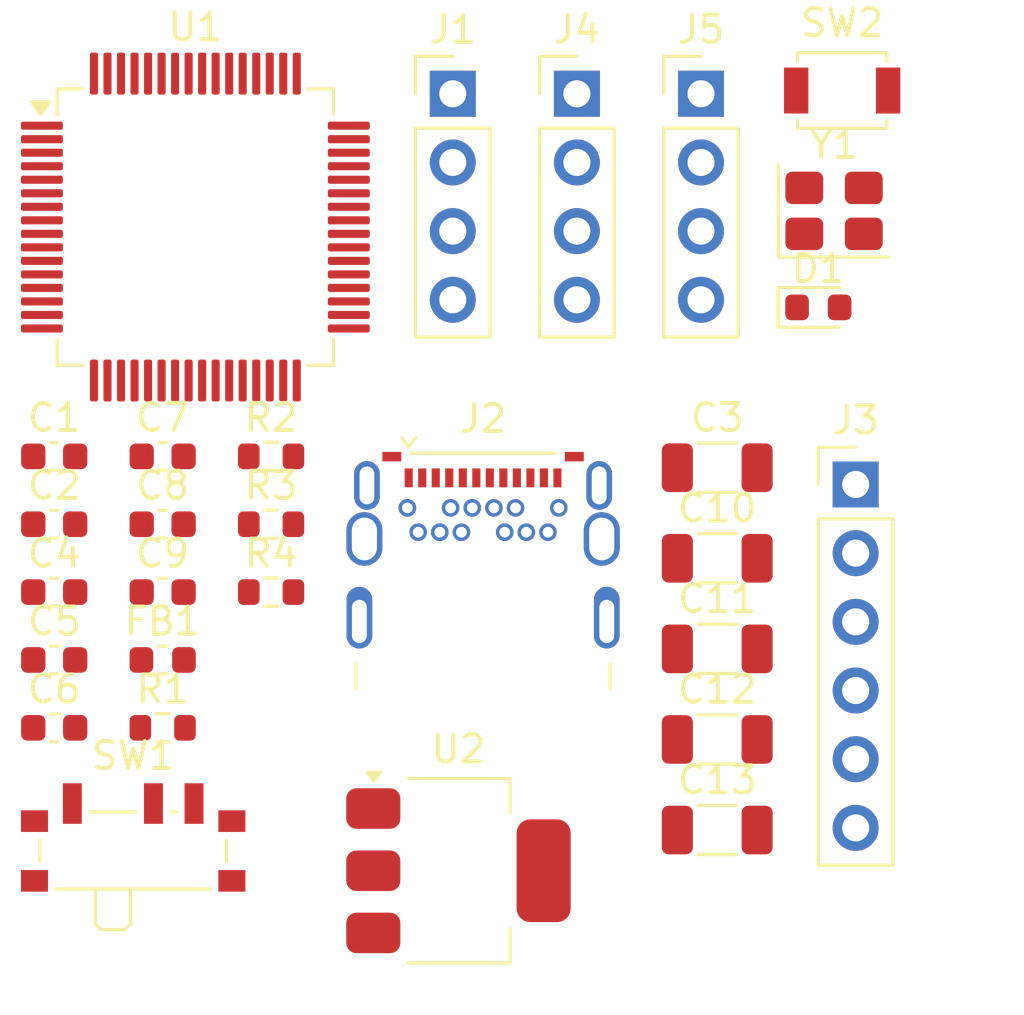
<source format=kicad_pcb>
(kicad_pcb (version 20241229) (generator "pcbnew") (generator_version "9.0")
  (layers (0 "F.Cu" signal) (2 "B.Cu" signal) (13 "F.Paste" user) (15 "B.Paste" user) (5 "F.SilkS" user "F.Silkscreen") (7 "B.SilkS" user "B.Silkscreen") (1 "F.Mask" user) (3 "B.Mask" user) (25 "Edge.Cuts" user))
  (net 0 "")
  (net 1 "GND")
  (net 2 "RCC_OSC_IN")
  (net 3 "RCC_OSC_OUT")
  (net 4 "+3.3V")
  (net 5 "+3.3VA")
  (net 6 "VBUS")
  (net 7 "Net-(D1-K)")
  (net 8 "SYS_SWDIO")
  (net 9 "SYS_SWCLK")
  (net 14 "USB_D-")
  (net 17 "Net-(J2-CC1)")
  (net 18 "Net-(J2-CC2)")
  (net 20 "USB_D+")
  (net 24 "SPI1_SCK")
  (net 25 "SPI1_NCS")
  (net 26 "SPI1_MISO")
  (net 27 "SPI1_MOSI")
  (net 28 "USART1_TX")
  (net 29 "USART1_RX")
  (net 30 "I2C1_SCL")
  (net 31 "I2C1_SDA")
  (net 32 "/SW_BOOT0")
  (net 33 "BOOT0")
  (net 34 "NRST")
  (footprint "Connector_PinHeader_2.54mm:PinHeader_1x04_P2.54mm_Vertical" (layer "F.Cu") (at 72.78 23.315)
    (property "Reference" "J4" (at 0 -2.38 0) (layer "F.SilkS"))
    (property "Value" "Conn_01x04_Pin")
    (fp_line (start -1.38 -1.38) (end 0 -1.38) (stroke (width 0.12)) (layer "F.SilkS"))
    (fp_line (start -1.38 0) (end -1.38 -1.38) (stroke (width 0.12)) (layer "F.SilkS"))
    (fp_line (start -1.38 1.27) (end -1.38 9) (stroke (width 0.12)) (layer "F.SilkS"))
    (fp_line (start -1.38 1.27) (end 1.38 1.27) (stroke (width 0.12)) (layer "F.SilkS"))
    (fp_line (start -1.38 9) (end 1.38 9) (stroke (width 0.12)) (layer "F.SilkS"))
    (fp_line (start 1.38 1.27) (end 1.38 9) (stroke (width 0.12)) (layer "F.SilkS"))
    (pad "1" thru_hole rect (at 0 0) (size 1.7 1.7) (drill 1) (layers "*.Cu" "*.Mask") (net 4 "+3.3V"))
    (pad "2" thru_hole circle (at 0 2.54) (size 1.7 1.7) (drill 1) (layers "*.Cu" "*.Mask") (net 28 "USART1_TX"))
    (pad "3" thru_hole circle (at 0 5.08) (size 1.7 1.7) (drill 1) (layers "*.Cu" "*.Mask") (net 29 "USART1_RX"))
    (pad "4" thru_hole circle (at 0 7.62) (size 1.7 1.7) (drill 1) (layers "*.Cu" "*.Mask") (net 1 "GND"))
  )
  (footprint "Crystal:Crystal_SMD_3225-4Pin_3.2x2.5mm" (layer "F.Cu") (at 82.29 27.645)
    (property "Reference" "Y1" (at 0 -2.45 0) (layer "F.SilkS"))
    (property "Value" "8MHz")
    (fp_line (start -2.06 -1.71) (end -2.06 1.71) (stroke (width 0.12)) (layer "F.SilkS"))
    (fp_line (start -2.06 1.71) (end 2.06 1.71) (stroke (width 0.12)) (layer "F.SilkS"))
    (pad "1" smd roundrect (at -1.1 0.85) (size 1.4 1.2) (layers "F.Cu" "F.Mask" "F.Paste") (roundrect_rratio 0.208333) (net 2 "RCC_OSC_IN"))
    (pad "2" smd roundrect (at 1.1 0.85) (size 1.4 1.2) (layers "F.Cu" "F.Mask" "F.Paste") (roundrect_rratio 0.208333) (net 1 "GND"))
    (pad "3" smd roundrect (at 1.1 -0.85) (size 1.4 1.2) (layers "F.Cu" "F.Mask" "F.Paste") (roundrect_rratio 0.208333) (net 3 "RCC_OSC_OUT"))
    (pad "4" smd roundrect (at -1.1 -0.85) (size 1.4 1.2) (layers "F.Cu" "F.Mask" "F.Paste") (roundrect_rratio 0.208333) (net 1 "GND"))
  )
  (footprint "Capacitor_SMD:C_1206_3216Metric" (layer "F.Cu") (at 77.97 47.195)
    (property "Reference" "C12" (at 0 -1.85 0) (layer "F.SilkS"))
    (property "Value" "1u")
    (fp_line (start -0.711252 -0.91) (end 0.711252 -0.91) (stroke (width 0.12)) (layer "F.SilkS"))
    (fp_line (start -0.711252 0.91) (end 0.711252 0.91) (stroke (width 0.12)) (layer "F.SilkS"))
    (pad "1" smd roundrect (at -1.475 0) (size 1.15 1.8) (layers "F.Cu" "F.Mask" "F.Paste") (roundrect_rratio 0.217391) (net 4 "+3.3V"))
    (pad "2" smd roundrect (at 1.475 0) (size 1.15 1.8) (layers "F.Cu" "F.Mask" "F.Paste") (roundrect_rratio 0.217391) (net 1 "GND"))
  )
  (footprint "Capacitor_SMD:C_1206_3216Metric" (layer "F.Cu") (at 77.97 50.545)
    (property "Reference" "C13" (at 0 -1.85 0) (layer "F.SilkS"))
    (property "Value" "22u")
    (fp_line (start -0.711252 -0.91) (end 0.711252 -0.91) (stroke (width 0.12)) (layer "F.SilkS"))
    (fp_line (start -0.711252 0.91) (end 0.711252 0.91) (stroke (width 0.12)) (layer "F.SilkS"))
    (pad "1" smd roundrect (at -1.475 0) (size 1.15 1.8) (layers "F.Cu" "F.Mask" "F.Paste") (roundrect_rratio 0.217391) (net 4 "+3.3V"))
    (pad "2" smd roundrect (at 1.475 0) (size 1.15 1.8) (layers "F.Cu" "F.Mask" "F.Paste") (roundrect_rratio 0.217391) (net 1 "GND"))
  )
  (footprint "Package_QFP:LQFP-64_10x10mm_P0.5mm" (layer "F.Cu") (at 58.67 28.245)
    (property "Reference" "U1" (at 0 -7.4 0) (layer "F.SilkS"))
    (property "Value" "STM32F405RGTx")
    (fp_line (start -5.11 -5.11) (end -5.11 -4.16) (stroke (width 0.12)) (layer "F.SilkS"))
    (fp_line (start -5.11 5.11) (end -5.11 4.16) (stroke (width 0.12)) (layer "F.SilkS"))
    (fp_line (start -4.16 -5.11) (end -5.11 -5.11) (stroke (width 0.12)) (layer "F.SilkS"))
    (fp_line (start -4.16 5.11) (end -5.11 5.11) (stroke (width 0.12)) (layer "F.SilkS"))
    (fp_line (start 4.16 -5.11) (end 5.11 -5.11) (stroke (width 0.12)) (layer "F.SilkS"))
    (fp_line (start 4.16 5.11) (end 5.11 5.11) (stroke (width 0.12)) (layer "F.SilkS"))
    (fp_line (start 5.11 -5.11) (end 5.11 -4.16) (stroke (width 0.12)) (layer "F.SilkS"))
    (fp_line (start 5.11 5.11) (end 5.11 4.16) (stroke (width 0.12)) (layer "F.SilkS"))
    (fp_poly (pts (xy -5.725 -4.16) (xy -6.065 -4.63) (xy -5.385 -4.63)) (stroke (width 0.12)) (fill yes) (layer "F.SilkS"))
    (pad "1" smd roundrect (at -5.675 -3.75) (size 1.55 0.3) (layers "F.Cu" "F.Mask" "F.Paste") (net 4 "+3.3V"))
    (pad "2" smd roundrect (at -5.675 -3.25) (size 1.55 0.3) (layers "F.Cu" "F.Mask" "F.Paste"))
    (pad "3" smd roundrect (at -5.675 -2.75) (size 1.55 0.3) (layers "F.Cu" "F.Mask" "F.Paste"))
    (pad "4" smd roundrect (at -5.675 -2.25) (size 1.55 0.3) (layers "F.Cu" "F.Mask" "F.Paste"))
    (pad "5" smd roundrect (at -5.675 -1.75) (size 1.55 0.3) (layers "F.Cu" "F.Mask" "F.Paste") (net 2 "RCC_OSC_IN"))
    (pad "6" smd roundrect (at -5.675 -1.25) (size 1.55 0.3) (layers "F.Cu" "F.Mask" "F.Paste") (net 3 "RCC_OSC_OUT"))
    (pad "7" smd roundrect (at -5.675 -0.75) (size 1.55 0.3) (layers "F.Cu" "F.Mask" "F.Paste") (net 34 "NRST"))
    (pad "8" smd roundrect (at -5.675 -0.25) (size 1.55 0.3) (layers "F.Cu" "F.Mask" "F.Paste"))
    (pad "9" smd roundrect (at -5.675 0.25) (size 1.55 0.3) (layers "F.Cu" "F.Mask" "F.Paste"))
    (pad "10" smd roundrect (at -5.675 0.75) (size 1.55 0.3) (layers "F.Cu" "F.Mask" "F.Paste"))
    (pad "11" smd roundrect (at -5.675 1.25) (size 1.55 0.3) (layers "F.Cu" "F.Mask" "F.Paste"))
    (pad "12" smd roundrect (at -5.675 1.75) (size 1.55 0.3) (layers "F.Cu" "F.Mask" "F.Paste") (net 1 "GND"))
    (pad "13" smd roundrect (at -5.675 2.25) (size 1.55 0.3) (layers "F.Cu" "F.Mask" "F.Paste") (net 5 "+3.3VA"))
    (pad "14" smd roundrect (at -5.675 2.75) (size 1.55 0.3) (layers "F.Cu" "F.Mask" "F.Paste"))
    (pad "15" smd roundrect (at -5.675 3.25) (size 1.55 0.3) (layers "F.Cu" "F.Mask" "F.Paste"))
    (pad "16" smd roundrect (at -5.675 3.75) (size 1.55 0.3) (layers "F.Cu" "F.Mask" "F.Paste"))
    (pad "17" smd roundrect (at -3.75 5.675) (size 0.3 1.55) (layers "F.Cu" "F.Mask" "F.Paste"))
    (pad "18" smd roundrect (at -3.25 5.675) (size 0.3 1.55) (layers "F.Cu" "F.Mask" "F.Paste") (net 1 "GND"))
    (pad "19" smd roundrect (at -2.75 5.675) (size 0.3 1.55) (layers "F.Cu" "F.Mask" "F.Paste") (net 4 "+3.3V"))
    (pad "20" smd roundrect (at -2.25 5.675) (size 0.3 1.55) (layers "F.Cu" "F.Mask" "F.Paste"))
    (pad "21" smd roundrect (at -1.75 5.675) (size 0.3 1.55) (layers "F.Cu" "F.Mask" "F.Paste") (net 24 "SPI1_SCK"))
    (pad "22" smd roundrect (at -1.25 5.675) (size 0.3 1.55) (layers "F.Cu" "F.Mask" "F.Paste") (net 26 "SPI1_MISO"))
    (pad "23" smd roundrect (at -0.75 5.675) (size 0.3 1.55) (layers "F.Cu" "F.Mask" "F.Paste") (net 27 "SPI1_MOSI"))
    (pad "24" smd roundrect (at -0.25 5.675) (size 0.3 1.55) (layers "F.Cu" "F.Mask" "F.Paste"))
    (pad "25" smd roundrect (at 0.25 5.675) (size 0.3 1.55) (layers "F.Cu" "F.Mask" "F.Paste"))
    (pad "26" smd roundrect (at 0.75 5.675) (size 0.3 1.55) (layers "F.Cu" "F.Mask" "F.Paste") (net 25 "SPI1_NCS"))
    (pad "27" smd roundrect (at 1.25 5.675) (size 0.3 1.55) (layers "F.Cu" "F.Mask" "F.Paste"))
    (pad "28" smd roundrect (at 1.75 5.675) (size 0.3 1.55) (layers "F.Cu" "F.Mask" "F.Paste"))
    (pad "29" smd roundrect (at 2.25 5.675) (size 0.3 1.55) (layers "F.Cu" "F.Mask" "F.Paste"))
    (pad "30" smd roundrect (at 2.75 5.675) (size 0.3 1.55) (layers "F.Cu" "F.Mask" "F.Paste"))
    (pad "31" smd roundrect (at 3.25 5.675) (size 0.3 1.55) (layers "F.Cu" "F.Mask" "F.Paste"))
    (pad "32" smd roundrect (at 3.75 5.675) (size 0.3 1.55) (layers "F.Cu" "F.Mask" "F.Paste") (net 4 "+3.3V"))
    (pad "33" smd roundrect (at 5.675 3.75) (size 1.55 0.3) (layers "F.Cu" "F.Mask" "F.Paste"))
    (pad "34" smd roundrect (at 5.675 3.25) (size 1.55 0.3) (layers "F.Cu" "F.Mask" "F.Paste"))
    (pad "35" smd roundrect (at 5.675 2.75) (size 1.55 0.3) (layers "F.Cu" "F.Mask" "F.Paste"))
    (pad "36" smd roundrect (at 5.675 2.25) (size 1.55 0.3) (layers "F.Cu" "F.Mask" "F.Paste"))
    (pad "37" smd roundrect (at 5.675 1.75) (size 1.55 0.3) (layers "F.Cu" "F.Mask" "F.Paste"))
    (pad "38" smd roundrect (at 5.675 1.25) (size 1.55 0.3) (layers "F.Cu" "F.Mask" "F.Paste"))
    (pad "39" smd roundrect (at 5.675 0.75) (size 1.55 0.3) (layers "F.Cu" "F.Mask" "F.Paste"))
    (pad "40" smd roundrect (at 5.675 0.25) (size 1.55 0.3) (layers "F.Cu" "F.Mask" "F.Paste"))
    (pad "41" smd roundrect (at 5.675 -0.25) (size 1.55 0.3) (layers "F.Cu" "F.Mask" "F.Paste"))
    (pad "42" smd roundrect (at 5.675 -0.75) (size 1.55 0.3) (layers "F.Cu" "F.Mask" "F.Paste") (net 28 "USART1_TX"))
    (pad "43" smd roundrect (at 5.675 -1.25) (size 1.55 0.3) (layers "F.Cu" "F.Mask" "F.Paste") (net 29 "USART1_RX"))
    (pad "44" smd roundrect (at 5.675 -1.75) (size 1.55 0.3) (layers "F.Cu" "F.Mask" "F.Paste") (net 14 "USB_D-"))
    (pad "45" smd roundrect (at 5.675 -2.25) (size 1.55 0.3) (layers "F.Cu" "F.Mask" "F.Paste") (net 20 "USB_D+"))
    (pad "46" smd roundrect (at 5.675 -2.75) (size 1.55 0.3) (layers "F.Cu" "F.Mask" "F.Paste") (net 8 "SYS_SWDIO"))
    (pad "47" smd roundrect (at 5.675 -3.25) (size 1.55 0.3) (layers "F.Cu" "F.Mask" "F.Paste"))
    (pad "48" smd roundrect (at 5.675 -3.75) (size 1.55 0.3) (layers "F.Cu" "F.Mask" "F.Paste") (net 4 "+3.3V"))
    (pad "49" smd roundrect (at 3.75 -5.675) (size 0.3 1.55) (layers "F.Cu" "F.Mask" "F.Paste") (net 9 "SYS_SWCLK"))
    (pad "50" smd roundrect (at 3.25 -5.675) (size 0.3 1.55) (layers "F.Cu" "F.Mask" "F.Paste"))
    (pad "51" smd roundrect (at 2.75 -5.675) (size 0.3 1.55) (layers "F.Cu" "F.Mask" "F.Paste"))
    (pad "52" smd roundrect (at 2.25 -5.675) (size 0.3 1.55) (layers "F.Cu" "F.Mask" "F.Paste"))
    (pad "53" smd roundrect (at 1.75 -5.675) (size 0.3 1.55) (layers "F.Cu" "F.Mask" "F.Paste"))
    (pad "54" smd roundrect (at 1.25 -5.675) (size 0.3 1.55) (layers "F.Cu" "F.Mask" "F.Paste"))
    (pad "55" smd roundrect (at 0.75 -5.675) (size 0.3 1.55) (layers "F.Cu" "F.Mask" "F.Paste"))
    (pad "56" smd roundrect (at 0.25 -5.675) (size 0.3 1.55) (layers "F.Cu" "F.Mask" "F.Paste"))
    (pad "57" smd roundrect (at -0.25 -5.675) (size 0.3 1.55) (layers "F.Cu" "F.Mask" "F.Paste"))
    (pad "58" smd roundrect (at -0.75 -5.675) (size 0.3 1.55) (layers "F.Cu" "F.Mask" "F.Paste") (net 30 "I2C1_SCL"))
    (pad "59" smd roundrect (at -1.25 -5.675) (size 0.3 1.55) (layers "F.Cu" "F.Mask" "F.Paste") (net 31 "I2C1_SDA"))
    (pad "60" smd roundrect (at -1.75 -5.675) (size 0.3 1.55) (layers "F.Cu" "F.Mask" "F.Paste") (net 33 "BOOT0"))
    (pad "61" smd roundrect (at -2.25 -5.675) (size 0.3 1.55) (layers "F.Cu" "F.Mask" "F.Paste"))
    (pad "62" smd roundrect (at -2.75 -5.675) (size 0.3 1.55) (layers "F.Cu" "F.Mask" "F.Paste"))
    (pad "63" smd roundrect (at -3.25 -5.675) (size 0.3 1.55) (layers "F.Cu" "F.Mask" "F.Paste") (net 1 "GND"))
    (pad "64" smd roundrect (at -3.75 -5.675) (size 0.3 1.55) (layers "F.Cu" "F.Mask" "F.Paste") (net 4 "+3.3V"))
  )
  (footprint "Capacitor_SMD:C_0603_1608Metric" (layer "F.Cu") (at 53.45 36.725)
    (property "Reference" "C1" (at 0 -1.43 0) (layer "F.SilkS"))
    (property "Value" "30p")
    (fp_line (start -0.14058 -0.51) (end 0.14058 -0.51) (stroke (width 0.12)) (layer "F.SilkS"))
    (fp_line (start -0.14058 0.51) (end 0.14058 0.51) (stroke (width 0.12)) (layer "F.SilkS"))
    (pad "1" smd roundrect (at -0.775 0) (size 0.9 0.95) (layers "F.Cu" "F.Mask" "F.Paste") (net 2 "RCC_OSC_IN"))
    (pad "2" smd roundrect (at 0.775 0) (size 0.9 0.95) (layers "F.Cu" "F.Mask" "F.Paste") (net 1 "GND"))
  )
  (footprint "Capacitor_SMD:C_0603_1608Metric" (layer "F.Cu") (at 57.46 41.745)
    (property "Reference" "C9" (at 0 -1.43 0) (layer "F.SilkS"))
    (property "Value" "10n")
    (fp_line (start -0.14058 -0.51) (end 0.14058 -0.51) (stroke (width 0.12)) (layer "F.SilkS"))
    (fp_line (start -0.14058 0.51) (end 0.14058 0.51) (stroke (width 0.12)) (layer "F.SilkS"))
    (pad "1" smd roundrect (at -0.775 0) (size 0.9 0.95) (layers "F.Cu" "F.Mask" "F.Paste") (net 5 "+3.3VA"))
    (pad "2" smd roundrect (at 0.775 0) (size 0.9 0.95) (layers "F.Cu" "F.Mask" "F.Paste") (net 1 "GND"))
  )
  (footprint "Connector_USB:USB_C_Receptacle_CNCTech_C-ARA1-AK51X" (layer "F.Cu") (at 69.31 40.83)
    (property "Reference" "J2" (at 0 -5.5 0) (layer "F.SilkS"))
    (property "Value" "USB_C_Receptacle_USB2.0_16P")
    (fp_line (start -4.7 3.55) (end -4.7 4.5) (stroke (width 0.12)) (layer "F.SilkS"))
    (fp_line (start -3 -4.8) (end -2.75 -4.45) (stroke (width 0.12)) (layer "F.SilkS"))
    (fp_line (start -2.75 -4.45) (end -2.5 -4.8) (stroke (width 0.12)) (layer "F.SilkS"))
    (fp_line (start -2.65 -4.22) (end 2.65 -4.22) (stroke (width 0.12)) (layer "F.SilkS"))
    (fp_line (start 4.7 4.5) (end 4.7 3.55) (stroke (width 0.12)) (layer "F.SilkS"))
    (pad "A1" smd rect (at -2.75 -3.31) (size 0.3 0.7) (layers "F.Cu" "F.Mask" "F.Paste") (net 1 "GND"))
    (pad "A2" smd rect (at -2.25 -3.31) (size 0.3 0.7) (layers "F.Cu" "F.Mask" "F.Paste"))
    (pad "A3" smd rect (at -1.75 -3.31) (size 0.3 0.7) (layers "F.Cu" "F.Mask" "F.Paste"))
    (pad "A4" smd rect (at -1.25 -3.31) (size 0.3 0.7) (layers "F.Cu" "F.Mask" "F.Paste") (net 6 "VBUS"))
    (pad "A5" smd rect (at -0.75 -3.31) (size 0.3 0.7) (layers "F.Cu" "F.Mask" "F.Paste") (net 17 "Net-(J2-CC1)"))
    (pad "A6" smd rect (at -0.25 -3.31) (size 0.3 0.7) (layers "F.Cu" "F.Mask" "F.Paste") (net 20 "USB_D+"))
    (pad "A7" smd rect (at 0.25 -3.31) (size 0.3 0.7) (layers "F.Cu" "F.Mask" "F.Paste") (net 14 "USB_D-"))
    (pad "A8" smd rect (at 0.75 -3.31) (size 0.3 0.7) (layers "F.Cu" "F.Mask" "F.Paste"))
    (pad "A9" smd rect (at 1.25 -3.31) (size 0.3 0.7) (layers "F.Cu" "F.Mask" "F.Paste") (net 6 "VBUS"))
    (pad "A10" smd rect (at 1.75 -3.31) (size 0.3 0.7) (layers "F.Cu" "F.Mask" "F.Paste"))
    (pad "A11" smd rect (at 2.25 -3.31) (size 0.3 0.7) (layers "F.Cu" "F.Mask" "F.Paste"))
    (pad "A12" smd rect (at 2.75 -3.31) (size 0.3 0.7) (layers "F.Cu" "F.Mask" "F.Paste") (net 1 "GND"))
    (pad "B1" thru_hole circle (at 2.8 -2.2) (size 0.65 0.65) (drill 0.4) (property pad_prop_heatsink) (layers "*.Cu" "*.Mask" "F.Paste") (net 1 "GND"))
    (pad "B2" thru_hole circle (at 2.4 -1.3) (size 0.65 0.65) (drill 0.4) (property pad_prop_heatsink) (layers "*.Cu" "*.Mask" "F.Paste"))
    (pad "B3" thru_hole circle (at 1.6 -1.3) (size 0.65 0.65) (drill 0.4) (property pad_prop_heatsink) (layers "*.Cu" "*.Mask" "F.Paste"))
    (pad "B4" thru_hole circle (at 1.2 -2.2) (size 0.65 0.65) (drill 0.4) (property pad_prop_heatsink) (layers "*.Cu" "*.Mask" "F.Paste") (net 6 "VBUS"))
    (pad "B5" thru_hole circle (at 0.8 -1.3) (size 0.65 0.65) (drill 0.4) (property pad_prop_heatsink) (layers "*.Cu" "*.Mask" "F.Paste") (net 18 "Net-(J2-CC2)"))
    (pad "B6" thru_hole circle (at 0.4 -2.2) (size 0.65 0.65) (drill 0.4) (property pad_prop_heatsink) (layers "*.Cu" "*.Mask" "F.Paste") (net 20 "USB_D+"))
    (pad "B7" thru_hole circle (at -0.4 -2.2) (size 0.65 0.65) (drill 0.4) (property pad_prop_heatsink) (layers "*.Cu" "*.Mask" "F.Paste") (net 14 "USB_D-"))
    (pad "B8" thru_hole circle (at -0.8 -1.3) (size 0.65 0.65) (drill 0.4) (property pad_prop_heatsink) (layers "*.Cu" "*.Mask" "F.Paste"))
    (pad "B9" thru_hole circle (at -1.2 -2.2) (size 0.65 0.65) (drill 0.4) (property pad_prop_heatsink) (layers "*.Cu" "*.Mask" "F.Paste") (net 6 "VBUS"))
    (pad "B10" thru_hole circle (at -1.6 -1.3) (size 0.65 0.65) (drill 0.4) (property pad_prop_heatsink) (layers "*.Cu" "*.Mask" "F.Paste"))
    (pad "B11" thru_hole circle (at -2.4 -1.3) (size 0.65 0.65) (drill 0.4) (property pad_prop_heatsink) (layers "*.Cu" "*.Mask" "F.Paste"))
    (pad "B12" thru_hole circle (at -2.8 -2.2) (size 0.65 0.65) (drill 0.4) (property pad_prop_heatsink) (layers "*.Cu" "*.Mask" "F.Paste") (net 1 "GND"))
    (pad "S1" thru_hole oval (at -4.575 2) (size 0.95 2.28) (drill oval 0.55 1.6 (offset 0 -0.14)) (property pad_prop_heatsink) (layers "*.Cu" "*.Mask" "F.Paste"))
    (pad "S1" thru_hole oval (at -4.39 -1.05) (size 1.33 1.98) (drill oval 0.93 1.58) (property pad_prop_heatsink) (layers "*.Cu" "*.Mask" "F.Paste"))
    (pad "S1" thru_hole oval (at -4.295 -3.03) (size 0.95 1.8) (drill oval 0.55 1.4) (property pad_prop_heatsink) (layers "*.Cu" "*.Mask" "F.Paste"))
    (pad "S1" smd rect (at -3.375 -4.095) (size 0.7 0.35) (layers "F.Cu" "F.Mask" "F.Paste"))
    (pad "S1" smd rect (at 3.375 -4.095) (size 0.7 0.35) (layers "F.Cu" "F.Mask" "F.Paste"))
    (pad "S1" thru_hole oval (at 4.295 -3.03) (size 0.95 1.8) (drill oval 0.55 1.4) (property pad_prop_heatsink) (layers "*.Cu" "*.Mask" "F.Paste"))
    (pad "S1" thru_hole oval (at 4.39 -1.05) (size 1.33 1.98) (drill oval 0.93 1.58) (property pad_prop_heatsink) (layers "*.Cu" "*.Mask" "F.Paste"))
    (pad "S1" thru_hole oval (at 4.575 2) (size 0.95 2.28) (drill oval 0.55 1.6 (offset 0 -0.14)) (property pad_prop_heatsink) (layers "*.Cu" "*.Mask" "F.Paste"))
  )
  (footprint "Connector_PinHeader_2.54mm:PinHeader_1x04_P2.54mm_Vertical" (layer "F.Cu") (at 68.19 23.315)
    (property "Reference" "J1" (at 0 -2.38 0) (layer "F.SilkS"))
    (property "Value" "Conn_01x04_Pin")
    (fp_line (start -1.38 -1.38) (end 0 -1.38) (stroke (width 0.12)) (layer "F.SilkS"))
    (fp_line (start -1.38 0) (end -1.38 -1.38) (stroke (width 0.12)) (layer "F.SilkS"))
    (fp_line (start -1.38 1.27) (end -1.38 9) (stroke (width 0.12)) (layer "F.SilkS"))
    (fp_line (start -1.38 1.27) (end 1.38 1.27) (stroke (width 0.12)) (layer "F.SilkS"))
    (fp_line (start -1.38 9) (end 1.38 9) (stroke (width 0.12)) (layer "F.SilkS"))
    (fp_line (start 1.38 1.27) (end 1.38 9) (stroke (width 0.12)) (layer "F.SilkS"))
    (pad "1" thru_hole rect (at 0 0) (size 1.7 1.7) (drill 1) (layers "*.Cu" "*.Mask") (net 4 "+3.3V"))
    (pad "2" thru_hole circle (at 0 2.54) (size 1.7 1.7) (drill 1) (layers "*.Cu" "*.Mask") (net 9 "SYS_SWCLK"))
    (pad "3" thru_hole circle (at 0 5.08) (size 1.7 1.7) (drill 1) (layers "*.Cu" "*.Mask") (net 8 "SYS_SWDIO"))
    (pad "4" thru_hole circle (at 0 7.62) (size 1.7 1.7) (drill 1) (layers "*.Cu" "*.Mask") (net 1 "GND"))
  )
  (footprint "Button_Switch_SMD:SW_SPDT_PCM12" (layer "F.Cu") (at 56.37 50.995)
    (property "Reference" "SW1" (at 0 -3.2 0) (layer "F.SilkS"))
    (property "Value" "SW_SPDT")
    (fp_line (start -3.45 -0.07) (end -3.45 0.72) (stroke (width 0.12)) (layer "F.SilkS"))
    (fp_line (start -2.85 1.73) (end 2.85 1.73) (stroke (width 0.12)) (layer "F.SilkS"))
    (fp_line (start -1.6 -1.12) (end 0.1 -1.12) (stroke (width 0.12)) (layer "F.SilkS"))
    (fp_line (start -1.4 1.73) (end -1.4 3.02) (stroke (width 0.12)) (layer "F.SilkS"))
    (fp_line (start -1.4 3.02) (end -1.2 3.23) (stroke (width 0.12)) (layer "F.SilkS"))
    (fp_line (start -1.2 3.23) (end -0.3 3.23) (stroke (width 0.12)) (layer "F.SilkS"))
    (fp_line (start -0.1 3.02) (end -0.3 3.23) (stroke (width 0.12)) (layer "F.SilkS"))
    (fp_line (start -0.1 3.02) (end -0.1 1.73) (stroke (width 0.12)) (layer "F.SilkS"))
    (fp_line (start 1.4 -1.12) (end 1.6 -1.12) (stroke (width 0.12)) (layer "F.SilkS"))
    (fp_line (start 3.45 0.72) (end 3.45 -0.07) (stroke (width 0.12)) (layer "F.SilkS"))
    (pad "" smd rect (at -3.65 -0.78) (size 1 0.8) (layers "F.Cu" "F.Mask" "F.Paste"))
    (pad "" smd rect (at -3.65 1.43) (size 1 0.8) (layers "F.Cu" "F.Mask" "F.Paste"))
    (pad "" np_thru_hole circle (at -1.5 0.33) (size 0.9 0.9) (drill 0.9) (layers "*.Cu" "*.Mask"))
    (pad "" np_thru_hole circle (at 1.5 0.33) (size 0.9 0.9) (drill 0.9) (layers "*.Cu" "*.Mask"))
    (pad "" smd rect (at 3.65 -0.78) (size 1 0.8) (layers "F.Cu" "F.Mask" "F.Paste"))
    (pad "" smd rect (at 3.65 1.43) (size 1 0.8) (layers "F.Cu" "F.Mask" "F.Paste"))
    (pad "1" smd rect (at -2.25 -1.43) (size 0.7 1.5) (layers "F.Cu" "F.Mask" "F.Paste") (net 1 "GND"))
    (pad "2" smd rect (at 0.75 -1.43) (size 0.7 1.5) (layers "F.Cu" "F.Mask" "F.Paste") (net 32 "/SW_BOOT0"))
    (pad "3" smd rect (at 2.25 -1.43) (size 0.7 1.5) (layers "F.Cu" "F.Mask" "F.Paste") (net 4 "+3.3V"))
  )
  (footprint "Button_Switch_SMD:SW_SPST_B3U-1000P" (layer "F.Cu") (at 82.59 23.195)
    (property "Reference" "SW2" (at 0 -2.5 0) (layer "F.SilkS"))
    (property "Value" "SW_Push")
    (fp_line (start -1.65 -1.4) (end 1.65 -1.4) (stroke (width 0.12)) (layer "F.SilkS"))
    (fp_line (start -1.65 -1.1) (end -1.65 -1.4) (stroke (width 0.12)) (layer "F.SilkS"))
    (fp_line (start -1.65 1.1) (end -1.65 1.4) (stroke (width 0.12)) (layer "F.SilkS"))
    (fp_line (start -1.65 1.4) (end 1.65 1.4) (stroke (width 0.12)) (layer "F.SilkS"))
    (fp_line (start 1.65 -1.4) (end 1.65 -1.1) (stroke (width 0.12)) (layer "F.SilkS"))
    (fp_line (start 1.65 1.4) (end 1.65 1.1) (stroke (width 0.12)) (layer "F.SilkS"))
    (pad "1" smd rect (at -1.7 0) (size 0.9 1.7) (layers "F.Cu" "F.Mask" "F.Paste") (net 1 "GND"))
    (pad "2" smd rect (at 1.7 0) (size 0.9 1.7) (layers "F.Cu" "F.Mask" "F.Paste") (net 34 "NRST"))
  )
  (footprint "Inductor_SMD:L_0603_1608Metric" (layer "F.Cu") (at 57.46 44.255)
    (property "Reference" "FB1" (at 0 -1.43 0) (layer "F.SilkS"))
    (property "Value" "120R")
    (fp_line (start -0.162779 -0.51) (end 0.162779 -0.51) (stroke (width 0.12)) (layer "F.SilkS"))
    (fp_line (start -0.162779 0.51) (end 0.162779 0.51) (stroke (width 0.12)) (layer "F.SilkS"))
    (pad "1" smd roundrect (at -0.7875 0) (size 0.875 0.95) (layers "F.Cu" "F.Mask" "F.Paste") (net 5 "+3.3VA"))
    (pad "2" smd roundrect (at 0.7875 0) (size 0.875 0.95) (layers "F.Cu" "F.Mask" "F.Paste") (net 4 "+3.3V"))
  )
  (footprint "Resistor_SMD:R_0603_1608Metric" (layer "F.Cu") (at 61.47 36.725)
    (property "Reference" "R2" (at 0 -1.43 0) (layer "F.SilkS"))
    (property "Value" "5k1")
    (fp_line (start -0.237258 -0.5225) (end 0.237258 -0.5225) (stroke (width 0.12)) (layer "F.SilkS"))
    (fp_line (start -0.237258 0.5225) (end 0.237258 0.5225) (stroke (width 0.12)) (layer "F.SilkS"))
    (pad "1" smd roundrect (at -0.825 0) (size 0.8 0.95) (layers "F.Cu" "F.Mask" "F.Paste") (net 1 "GND"))
    (pad "2" smd roundrect (at 0.825 0) (size 0.8 0.95) (layers "F.Cu" "F.Mask" "F.Paste") (net 17 "Net-(J2-CC1)"))
  )
  (footprint "Resistor_SMD:R_0603_1608Metric" (layer "F.Cu") (at 61.47 39.235)
    (property "Reference" "R3" (at 0 -1.43 0) (layer "F.SilkS"))
    (property "Value" "10k")
    (fp_line (start -0.237258 -0.5225) (end 0.237258 -0.5225) (stroke (width 0.12)) (layer "F.SilkS"))
    (fp_line (start -0.237258 0.5225) (end 0.237258 0.5225) (stroke (width 0.12)) (layer "F.SilkS"))
    (pad "1" smd roundrect (at -0.825 0) (size 0.8 0.95) (layers "F.Cu" "F.Mask" "F.Paste") (net 32 "/SW_BOOT0"))
    (pad "2" smd roundrect (at 0.825 0) (size 0.8 0.95) (layers "F.Cu" "F.Mask" "F.Paste") (net 33 "BOOT0"))
  )
  (footprint "Capacitor_SMD:C_0603_1608Metric" (layer "F.Cu") (at 57.46 39.235)
    (property "Reference" "C8" (at 0 -1.43 0) (layer "F.SilkS"))
    (property "Value" "100n")
    (fp_line (start -0.14058 -0.51) (end 0.14058 -0.51) (stroke (width 0.12)) (layer "F.SilkS"))
    (fp_line (start -0.14058 0.51) (end 0.14058 0.51) (stroke (width 0.12)) (layer "F.SilkS"))
    (pad "1" smd roundrect (at -0.775 0) (size 0.9 0.95) (layers "F.Cu" "F.Mask" "F.Paste") (net 4 "+3.3V"))
    (pad "2" smd roundrect (at 0.775 0) (size 0.9 0.95) (layers "F.Cu" "F.Mask" "F.Paste") (net 1 "GND"))
  )
  (footprint "Capacitor_SMD:C_0603_1608Metric" (layer "F.Cu") (at 53.45 44.255)
    (property "Reference" "C5" (at 0 -1.43 0) (layer "F.SilkS"))
    (property "Value" "100n")
    (fp_line (start -0.14058 -0.51) (end 0.14058 -0.51) (stroke (width 0.12)) (layer "F.SilkS"))
    (fp_line (start -0.14058 0.51) (end 0.14058 0.51) (stroke (width 0.12)) (layer "F.SilkS"))
    (pad "1" smd roundrect (at -0.775 0) (size 0.9 0.95) (layers "F.Cu" "F.Mask" "F.Paste") (net 4 "+3.3V"))
    (pad "2" smd roundrect (at 0.775 0) (size 0.9 0.95) (layers "F.Cu" "F.Mask" "F.Paste") (net 1 "GND"))
  )
  (footprint "Capacitor_SMD:C_0603_1608Metric" (layer "F.Cu") (at 53.45 46.765)
    (property "Reference" "C6" (at 0 -1.43 0) (layer "F.SilkS"))
    (property "Value" "100n")
    (fp_line (start -0.14058 -0.51) (end 0.14058 -0.51) (stroke (width 0.12)) (layer "F.SilkS"))
    (fp_line (start -0.14058 0.51) (end 0.14058 0.51) (stroke (width 0.12)) (layer "F.SilkS"))
    (pad "1" smd roundrect (at -0.775 0) (size 0.9 0.95) (layers "F.Cu" "F.Mask" "F.Paste") (net 4 "+3.3V"))
    (pad "2" smd roundrect (at 0.775 0) (size 0.9 0.95) (layers "F.Cu" "F.Mask" "F.Paste") (net 1 "GND"))
  )
  (footprint "Capacitor_SMD:C_1206_3216Metric" (layer "F.Cu") (at 77.97 37.145)
    (property "Reference" "C3" (at 0 -1.85 0) (layer "F.SilkS"))
    (property "Value" "10u")
    (fp_line (start -0.711252 -0.91) (end 0.711252 -0.91) (stroke (width 0.12)) (layer "F.SilkS"))
    (fp_line (start -0.711252 0.91) (end 0.711252 0.91) (stroke (width 0.12)) (layer "F.SilkS"))
    (pad "1" smd roundrect (at -1.475 0) (size 1.15 1.8) (layers "F.Cu" "F.Mask" "F.Paste") (roundrect_rratio 0.217391) (net 4 "+3.3V"))
    (pad "2" smd roundrect (at 1.475 0) (size 1.15 1.8) (layers "F.Cu" "F.Mask" "F.Paste") (roundrect_rratio 0.217391) (net 1 "GND"))
  )
  (footprint "LED_SMD:LED_0603_1608Metric" (layer "F.Cu") (at 81.71 31.215)
    (property "Reference" "D1" (at 0 -1.43 0) (layer "F.SilkS"))
    (property "Value" "LED")
    (fp_line (start -1.485 -0.735) (end -1.485 0.735) (stroke (width 0.12)) (layer "F.SilkS"))
    (fp_line (start -1.485 0.735) (end 0.8 0.735) (stroke (width 0.12)) (layer "F.SilkS"))
    (fp_line (start 0.8 -0.735) (end -1.485 -0.735) (stroke (width 0.12)) (layer "F.SilkS"))
    (pad "1" smd roundrect (at -0.7875 0) (size 0.875 0.95) (layers "F.Cu" "F.Mask" "F.Paste") (net 7 "Net-(D1-K)"))
    (pad "2" smd roundrect (at 0.7875 0) (size 0.875 0.95) (layers "F.Cu" "F.Mask" "F.Paste") (net 4 "+3.3V"))
  )
  (footprint "Capacitor_SMD:C_1206_3216Metric" (layer "F.Cu") (at 77.97 43.845)
    (property "Reference" "C11" (at 0 -1.85 0) (layer "F.SilkS"))
    (property "Value" "22u")
    (fp_line (start -0.711252 -0.91) (end 0.711252 -0.91) (stroke (width 0.12)) (layer "F.SilkS"))
    (fp_line (start -0.711252 0.91) (end 0.711252 0.91) (stroke (width 0.12)) (layer "F.SilkS"))
    (pad "1" smd roundrect (at -1.475 0) (size 1.15 1.8) (layers "F.Cu" "F.Mask" "F.Paste") (roundrect_rratio 0.217391) (net 6 "VBUS"))
    (pad "2" smd roundrect (at 1.475 0) (size 1.15 1.8) (layers "F.Cu" "F.Mask" "F.Paste") (roundrect_rratio 0.217391) (net 1 "GND"))
  )
  (footprint "Package_TO_SOT_SMD:SOT-223-3_TabPin2" (layer "F.Cu") (at 68.4 52.05)
    (property "Reference" "U2" (at 0 -4.5 0) (layer "F.SilkS"))
    (property "Value" "AMS1117-3.3")
    (fp_line (start -1.85 -3.41) (end 1.91 -3.41) (stroke (width 0.12)) (layer "F.SilkS"))
    (fp_line (start -1.85 3.41) (end 1.91 3.41) (stroke (width 0.12)) (layer "F.SilkS"))
    (fp_line (start 1.91 -3.41) (end 1.91 -2.15) (stroke (width 0.12)) (layer "F.SilkS"))
    (fp_line (start 1.91 3.41) (end 1.91 2.15) (stroke (width 0.12)) (layer "F.SilkS"))
    (fp_poly (pts (xy -3.13 -3.31) (xy -3.37 -3.64) (xy -2.89 -3.64) (xy -3.13 -3.31)) (stroke (width 0.12)) (fill yes) (layer "F.SilkS"))
    (pad "1" smd roundrect (at -3.15 -2.3) (size 2 1.5) (layers "F.Cu" "F.Mask" "F.Paste") (net 1 "GND"))
    (pad "2" smd roundrect (at -3.15 0) (size 2 1.5) (layers "F.Cu" "F.Mask" "F.Paste") (net 4 "+3.3V"))
    (pad "2" smd roundrect (at 3.15 0) (size 2 3.8) (layers "F.Cu" "F.Mask" "F.Paste") (net 4 "+3.3V"))
    (pad "3" smd roundrect (at -3.15 2.3) (size 2 1.5) (layers "F.Cu" "F.Mask" "F.Paste") (net 6 "VBUS"))
  )
  (footprint "Resistor_SMD:R_0603_1608Metric" (layer "F.Cu") (at 61.47 41.745)
    (property "Reference" "R4" (at 0 -1.43 0) (layer "F.SilkS"))
    (property "Value" "1k5")
    (fp_line (start -0.237258 -0.5225) (end 0.237258 -0.5225) (stroke (width 0.12)) (layer "F.SilkS"))
    (fp_line (start -0.237258 0.5225) (end 0.237258 0.5225) (stroke (width 0.12)) (layer "F.SilkS"))
    (pad "1" smd roundrect (at -0.825 0) (size 0.8 0.95) (layers "F.Cu" "F.Mask" "F.Paste") (net 7 "Net-(D1-K)"))
    (pad "2" smd roundrect (at 0.825 0) (size 0.8 0.95) (layers "F.Cu" "F.Mask" "F.Paste") (net 1 "GND"))
  )
  (footprint "Connector_PinHeader_2.54mm:PinHeader_1x04_P2.54mm_Vertical" (layer "F.Cu") (at 77.37 23.315)
    (property "Reference" "J5" (at 0 -2.38 0) (layer "F.SilkS"))
    (property "Value" "Conn_01x04_Pin")
    (fp_line (start -1.38 -1.38) (end 0 -1.38) (stroke (width 0.12)) (layer "F.SilkS"))
    (fp_line (start -1.38 0) (end -1.38 -1.38) (stroke (width 0.12)) (layer "F.SilkS"))
    (fp_line (start -1.38 1.27) (end -1.38 9) (stroke (width 0.12)) (layer "F.SilkS"))
    (fp_line (start -1.38 1.27) (end 1.38 1.27) (stroke (width 0.12)) (layer "F.SilkS"))
    (fp_line (start -1.38 9) (end 1.38 9) (stroke (width 0.12)) (layer "F.SilkS"))
    (fp_line (start 1.38 1.27) (end 1.38 9) (stroke (width 0.12)) (layer "F.SilkS"))
    (pad "1" thru_hole rect (at 0 0) (size 1.7 1.7) (drill 1) (layers "*.Cu" "*.Mask") (net 4 "+3.3V"))
    (pad "2" thru_hole circle (at 0 2.54) (size 1.7 1.7) (drill 1) (layers "*.Cu" "*.Mask") (net 31 "I2C1_SDA"))
    (pad "3" thru_hole circle (at 0 5.08) (size 1.7 1.7) (drill 1) (layers "*.Cu" "*.Mask") (net 30 "I2C1_SCL"))
    (pad "4" thru_hole circle (at 0 7.62) (size 1.7 1.7) (drill 1) (layers "*.Cu" "*.Mask") (net 1 "GND"))
  )
  (footprint "Resistor_SMD:R_0603_1608Metric" (layer "F.Cu") (at 57.46 46.765)
    (property "Reference" "R1" (at 0 -1.43 0) (layer "F.SilkS"))
    (property "Value" "5k1")
    (fp_line (start -0.237258 -0.5225) (end 0.237258 -0.5225) (stroke (width 0.12)) (layer "F.SilkS"))
    (fp_line (start -0.237258 0.5225) (end 0.237258 0.5225) (stroke (width 0.12)) (layer "F.SilkS"))
    (pad "1" smd roundrect (at -0.825 0) (size 0.8 0.95) (layers "F.Cu" "F.Mask" "F.Paste") (net 1 "GND"))
    (pad "2" smd roundrect (at 0.825 0) (size 0.8 0.95) (layers "F.Cu" "F.Mask" "F.Paste") (net 18 "Net-(J2-CC2)"))
  )
  (footprint "Capacitor_SMD:C_1206_3216Metric" (layer "F.Cu") (at 77.97 40.495)
    (property "Reference" "C10" (at 0 -1.85 0) (layer "F.SilkS"))
    (property "Value" "1u")
    (fp_line (start -0.711252 -0.91) (end 0.711252 -0.91) (stroke (width 0.12)) (layer "F.SilkS"))
    (fp_line (start -0.711252 0.91) (end 0.711252 0.91) (stroke (width 0.12)) (layer "F.SilkS"))
    (pad "1" smd roundrect (at -1.475 0) (size 1.15 1.8) (layers "F.Cu" "F.Mask" "F.Paste") (roundrect_rratio 0.217391) (net 5 "+3.3VA"))
    (pad "2" smd roundrect (at 1.475 0) (size 1.15 1.8) (layers "F.Cu" "F.Mask" "F.Paste") (roundrect_rratio 0.217391) (net 1 "GND"))
  )
  (footprint "Capacitor_SMD:C_0603_1608Metric" (layer "F.Cu") (at 53.45 39.235)
    (property "Reference" "C2" (at 0 -1.43 0) (layer "F.SilkS"))
    (property "Value" "30p")
    (fp_line (start -0.14058 -0.51) (end 0.14058 -0.51) (stroke (width 0.12)) (layer "F.SilkS"))
    (fp_line (start -0.14058 0.51) (end 0.14058 0.51) (stroke (width 0.12)) (layer "F.SilkS"))
    (pad "1" smd roundrect (at -0.775 0) (size 0.9 0.95) (layers "F.Cu" "F.Mask" "F.Paste") (net 3 "RCC_OSC_OUT"))
    (pad "2" smd roundrect (at 0.775 0) (size 0.9 0.95) (layers "F.Cu" "F.Mask" "F.Paste") (net 1 "GND"))
  )
  (footprint "Capacitor_SMD:C_0603_1608Metric" (layer "F.Cu") (at 53.45 41.745)
    (property "Reference" "C4" (at 0 -1.43 0) (layer "F.SilkS"))
    (property "Value" "100n")
    (fp_line (start -0.14058 -0.51) (end 0.14058 -0.51) (stroke (width 0.12)) (layer "F.SilkS"))
    (fp_line (start -0.14058 0.51) (end 0.14058 0.51) (stroke (width 0.12)) (layer "F.SilkS"))
    (pad "1" smd roundrect (at -0.775 0) (size 0.9 0.95) (layers "F.Cu" "F.Mask" "F.Paste") (net 4 "+3.3V"))
    (pad "2" smd roundrect (at 0.775 0) (size 0.9 0.95) (layers "F.Cu" "F.Mask" "F.Paste") (net 1 "GND"))
  )
  (footprint "Connector_PinHeader_2.54mm:PinHeader_1x06_P2.54mm_Vertical" (layer "F.Cu") (at 83.09 37.765)
    (property "Reference" "J3" (at 0 -2.38 0) (layer "F.SilkS"))
    (property "Value" "Conn_01x06_Pin")
    (fp_line (start -1.38 -1.38) (end 0 -1.38) (stroke (width 0.12)) (layer "F.SilkS"))
    (fp_line (start -1.38 0) (end -1.38 -1.38) (stroke (width 0.12)) (layer "F.SilkS"))
    (fp_line (start -1.38 1.27) (end -1.38 14.08) (stroke (width 0.12)) (layer "F.SilkS"))
    (fp_line (start -1.38 1.27) (end 1.38 1.27) (stroke (width 0.12)) (layer "F.SilkS"))
    (fp_line (start -1.38 14.08) (end 1.38 14.08) (stroke (width 0.12)) (layer "F.SilkS"))
    (fp_line (start 1.38 1.27) (end 1.38 14.08) (stroke (width 0.12)) (layer "F.SilkS"))
    (pad "1" thru_hole rect (at 0 0) (size 1.7 1.7) (drill 1) (layers "*.Cu" "*.Mask") (net 4 "+3.3V"))
    (pad "2" thru_hole circle (at 0 2.54) (size 1.7 1.7) (drill 1) (layers "*.Cu" "*.Mask") (net 24 "SPI1_SCK"))
    (pad "3" thru_hole circle (at 0 5.08) (size 1.7 1.7) (drill 1) (layers "*.Cu" "*.Mask") (net 26 "SPI1_MISO"))
    (pad "4" thru_hole circle (at 0 7.62) (size 1.7 1.7) (drill 1) (layers "*.Cu" "*.Mask") (net 27 "SPI1_MOSI"))
    (pad "5" thru_hole circle (at 0 10.16) (size 1.7 1.7) (drill 1) (layers "*.Cu" "*.Mask") (net 25 "SPI1_NCS"))
    (pad "6" thru_hole circle (at 0 12.7) (size 1.7 1.7) (drill 1) (layers "*.Cu" "*.Mask") (net 1 "GND"))
  )
  (footprint "Capacitor_SMD:C_0603_1608Metric" (layer "F.Cu") (at 57.46 36.725)
    (property "Reference" "C7" (at 0 -1.43 0) (layer "F.SilkS"))
    (property "Value" "100n")
    (fp_line (start -0.14058 -0.51) (end 0.14058 -0.51) (stroke (width 0.12)) (layer "F.SilkS"))
    (fp_line (start -0.14058 0.51) (end 0.14058 0.51) (stroke (width 0.12)) (layer "F.SilkS"))
    (pad "1" smd roundrect (at -0.775 0) (size 0.9 0.95) (layers "F.Cu" "F.Mask" "F.Paste") (net 4 "+3.3V"))
    (pad "2" smd roundrect (at 0.775 0) (size 0.9 0.95) (layers "F.Cu" "F.Mask" "F.Paste") (net 1 "GND"))
  )
)
</source>
